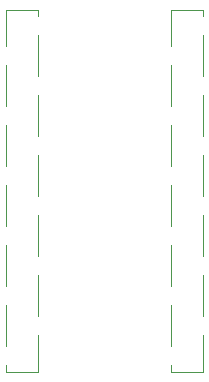
<source format=gbo>
G04 #@! TF.GenerationSoftware,KiCad,Pcbnew,9.0.6*
G04 #@! TF.CreationDate,2025-12-31T14:00:50-06:00*
G04 #@! TF.ProjectId,QFN-20_4x4,51464e2d-3230-45f3-9478-342e6b696361,rev?*
G04 #@! TF.SameCoordinates,Original*
G04 #@! TF.FileFunction,Legend,Bot*
G04 #@! TF.FilePolarity,Positive*
%FSLAX46Y46*%
G04 Gerber Fmt 4.6, Leading zero omitted, Abs format (unit mm)*
G04 Created by KiCad (PCBNEW 9.0.6) date 2025-12-31 14:00:50*
%MOMM*%
%LPD*%
G01*
G04 APERTURE LIST*
%ADD10C,0.120000*%
%ADD11R,2.510000X1.000000*%
%ADD12C,1.700000*%
G04 APERTURE END LIST*
D10*
X130064000Y-105300000D02*
X130064000Y-108410000D01*
X130064000Y-110030000D02*
X130064000Y-113490000D01*
X130064000Y-115110000D02*
X130064000Y-118570000D01*
X130064000Y-120190000D02*
X130064000Y-123650000D01*
X130064000Y-125270000D02*
X130064000Y-128730000D01*
X130064000Y-130350000D02*
X130064000Y-133810000D01*
X130064000Y-135430000D02*
X130064000Y-136000000D01*
X132824000Y-105300000D02*
X130064000Y-105300000D01*
X132824000Y-105300000D02*
X132824000Y-105870000D01*
X132824000Y-107490000D02*
X132824000Y-110950000D01*
X132824000Y-112570000D02*
X132824000Y-116030000D01*
X132824000Y-117650000D02*
X132824000Y-121110000D01*
X132824000Y-122730000D02*
X132824000Y-126190000D01*
X132824000Y-127810000D02*
X132824000Y-131270000D01*
X132824000Y-132890000D02*
X132824000Y-136000000D01*
X132824000Y-136000000D02*
X130064000Y-136000000D01*
X144036000Y-105300000D02*
X144036000Y-108410000D01*
X144036000Y-110030000D02*
X144036000Y-113490000D01*
X144036000Y-115110000D02*
X144036000Y-118570000D01*
X144036000Y-120190000D02*
X144036000Y-123650000D01*
X144036000Y-125270000D02*
X144036000Y-128730000D01*
X144036000Y-130350000D02*
X144036000Y-133810000D01*
X144036000Y-135430000D02*
X144036000Y-136000000D01*
X146796000Y-105300000D02*
X144036000Y-105300000D01*
X146796000Y-105300000D02*
X146796000Y-105870000D01*
X146796000Y-107490000D02*
X146796000Y-110950000D01*
X146796000Y-112570000D02*
X146796000Y-116030000D01*
X146796000Y-117650000D02*
X146796000Y-121110000D01*
X146796000Y-122730000D02*
X146796000Y-126190000D01*
X146796000Y-127810000D02*
X146796000Y-131270000D01*
X146796000Y-132890000D02*
X146796000Y-136000000D01*
X146796000Y-136000000D02*
X144036000Y-136000000D01*
%LPC*%
D11*
X133099000Y-106680000D03*
X129789000Y-109220000D03*
X133099000Y-111760000D03*
X129789000Y-114300000D03*
X133099000Y-116840000D03*
X129789000Y-119380000D03*
X133099000Y-121920000D03*
X129789000Y-124460000D03*
X133099000Y-127000000D03*
X129789000Y-129540000D03*
X133099000Y-132080000D03*
X129789000Y-134620000D03*
X147071000Y-106680000D03*
X143761000Y-109220000D03*
X147071000Y-111760000D03*
X143761000Y-114300000D03*
X147071000Y-116840000D03*
X143761000Y-119380000D03*
X147071000Y-121920000D03*
X143761000Y-124460000D03*
X147071000Y-127000000D03*
X143761000Y-129540000D03*
X147071000Y-132080000D03*
X143761000Y-134620000D03*
D12*
X149860000Y-106680000D03*
X149860000Y-109220000D03*
X149860000Y-111760000D03*
X149860000Y-114300000D03*
X149860000Y-116840000D03*
X149860000Y-119380000D03*
X149860000Y-121920000D03*
X149860000Y-124460000D03*
X149860000Y-127000000D03*
X149860000Y-129540000D03*
X149860000Y-132080000D03*
X149860000Y-134620000D03*
X127000000Y-106680000D03*
X127000000Y-109220000D03*
X127000000Y-111760000D03*
X127000000Y-114300000D03*
X127000000Y-116840000D03*
X127000000Y-119380000D03*
X127000000Y-121920000D03*
X127000000Y-124460000D03*
X127000000Y-127000000D03*
X127000000Y-129540000D03*
X127000000Y-132080000D03*
X127000000Y-134620000D03*
%LPD*%
M02*

</source>
